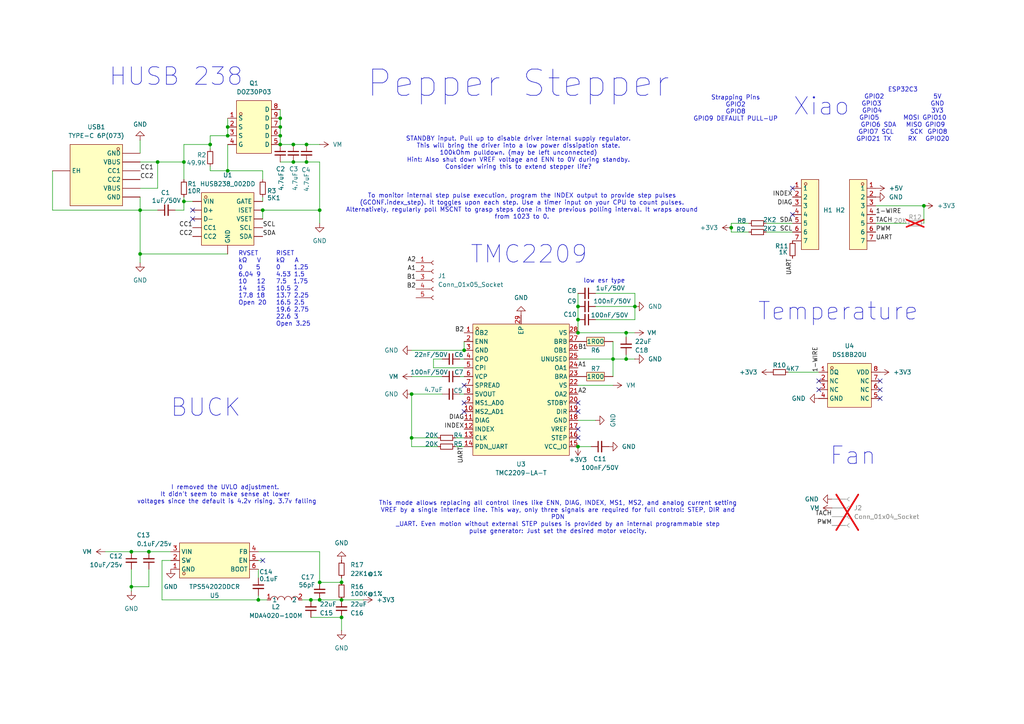
<source format=kicad_sch>
(kicad_sch (version 20231120) (generator "eeschema") (generator_version "8.0")
  (paper "A4")
  (title_block (title "Pepper Stepper") (date "2025-03-27") (rev "0.1"))
  (lib_symbols
    (symbol "CSR0805FK1R00_1" (pin_numbers hide) (pin_names hide)
      (property "Reference" "R" (at 0 5.08 0))
      (property "Value" "CSR0805FK1R00" (at 0 -5.08 0))
      (symbol "CSR0805FK1R00_1_0_1"
        (rectangle (start -2.54 1.27) (end 2.54 -1.27) (fill (type background)))
        (pin unspecified line (at -5.08 0 0) (length 2.54) (name "1") (number "1"))
        (pin unspecified line (at 5.08 0 180) (length 2.54) (name "2") (number "2"))
      )
    )
    (symbol "Conn_01x04_Socket_1" (pin_numbers hide) (pin_names (offset 1.016) hide)
      (property "Reference" "J" (at 0 5.08 0))
      (property "Value" "Conn_01x04_Socket" (at 0 -7.62 0))
      (symbol "Conn_01x04_Socket_1_1_1"
        (arc (start 0 -4.572) (mid -0.5058 -5.08) (end 0 -5.588) (stroke (width 0.1524)))
        (arc (start 0 -2.032) (mid -0.5058 -2.54) (end 0 -3.048) (stroke (width 0.1524)))
        (polyline (pts (xy -1.27 -5.08) (xy -0.508 -5.08)) (stroke (width 0.1524)))
        (polyline (pts (xy -1.27 -2.54) (xy -0.508 -2.54)) (stroke (width 0.1524)))
        (polyline (pts (xy -1.27 0) (xy -0.508 0)) (stroke (width 0.1524)))
        (polyline (pts (xy -1.27 2.54) (xy -0.508 2.54)) (stroke (width 0.1524)))
        (arc (start 0 0.508) (mid -0.5058 0) (end 0 -0.508) (stroke (width 0.1524)))
        (arc (start 0 3.048) (mid -0.5058 2.54) (end 0 2.032) (stroke (width 0.1524)))
        (pin passive line (at -5.08 2.54 0) (length 3.81) (name "Pin_1") (number "1"))
        (pin passive line (at -5.08 0 0) (length 3.81) (name "Pin_2") (number "2"))
        (pin passive line (at -5.08 -2.54 0) (length 3.81) (name "Pin_3") (number "3"))
        (pin passive line (at -5.08 -5.08 0) (length 3.81) (name "Pin_4") (number "4"))
      )
    )
    (symbol "Connector:Conn_01x05_Socket" (pin_names (offset 1.016) hide)
      (property "Reference" "J" (at 0 7.62 0))
      (property "Value" "Conn_01x05_Socket" (at 0 -7.62 0))
      (symbol "Conn_01x05_Socket_1_1"
        (arc (start 0 -4.572) (mid -0.5058 -5.08) (end 0 -5.588) (stroke (width 0.1524)))
        (arc (start 0 -2.032) (mid -0.5058 -2.54) (end 0 -3.048) (stroke (width 0.1524)))
        (polyline (pts (xy -1.27 -5.08) (xy -0.508 -5.08)) (stroke (width 0.1524)))
        (polyline (pts (xy -1.27 -2.54) (xy -0.508 -2.54)) (stroke (width 0.1524)))
        (polyline (pts (xy -1.27 0) (xy -0.508 0)) (stroke (width 0.1524)))
        (polyline (pts (xy -1.27 2.54) (xy -0.508 2.54)) (stroke (width 0.1524)))
        (polyline (pts (xy -1.27 5.08) (xy -0.508 5.08)) (stroke (width 0.1524)))
        (arc (start 0 0.508) (mid -0.5058 0) (end 0 -0.508) (stroke (width 0.1524)))
        (arc (start 0 3.048) (mid -0.5058 2.54) (end 0 2.032) (stroke (width 0.1524)))
        (arc (start 0 5.588) (mid -0.5058 5.08) (end 0 4.572) (stroke (width 0.1524)))
        (pin passive line (at -5.08 5.08 0) (length 3.81) (name "Pin_1") (number "1"))
        (pin passive line (at -5.08 2.54 0) (length 3.81) (name "Pin_2") (number "2"))
        (pin passive line (at -5.08 0 0) (length 3.81) (name "Pin_3") (number "3"))
        (pin passive line (at -5.08 -2.54 0) (length 3.81) (name "Pin_4") (number "4"))
        (pin passive line (at -5.08 -5.08 0) (length 3.81) (name "Pin_5") (number "5"))
      )
    )
    (symbol "Device:C_Small" (pin_numbers hide) (pin_names (offset 0.254) hide)
      (property "Reference" "C" (at 0.254 1.778 0))
      (property "Value" "C_Small" (at 0.254 -2.032 0))
      (symbol "C_Small_0_1"
        (polyline (pts (xy -1.524 -0.508) (xy 1.524 -0.508)) (stroke (width 0.3302)))
        (polyline (pts (xy -1.524 0.508) (xy 1.524 0.508)) (stroke (width 0.3048)))
      )
      (symbol "C_Small_1_1"
        (pin passive line (at 0 2.54 270) (length 2.032) (name "~") (number "1"))
        (pin passive line (at 0 -2.54 90) (length 2.032) (name "~") (number "2"))
      )
    )
    (symbol "Device:R_Small" (pin_numbers hide) (pin_names (offset 0.254) hide)
      (property "Reference" "R" (at 0.762 0.508 0))
      (property "Value" "R_Small" (at 0.762 -1.016 0))
      (symbol "R_Small_0_1"
        (rectangle (start -0.762 1.778) (end 0.762 -1.778) (stroke (width 0.2032)))
      )
      (symbol "R_Small_1_1"
        (pin passive line (at 0 2.54 270) (length 0.762) (name "~") (number "1"))
        (pin passive line (at 0 -2.54 90) (length 0.762) (name "~") (number "2"))
      )
    )
    (symbol "pepper_stepper:CSR0805FK1R00" (pin_numbers hide) (pin_names hide)
      (property "Reference" "R" (at 0 5.08 0))
      (property "Value" "CSR0805FK1R00" (at 0 -5.08 0))
      (symbol "CSR0805FK1R00_0_1"
        (rectangle (start -2.54 1.27) (end 2.54 -1.27) (fill (type background)))
        (pin unspecified line (at -5.08 0 0) (length 2.54) (name "1") (number "1"))
        (pin unspecified line (at 5.08 0 180) (length 2.54) (name "2") (number "2"))
      )
    )
    (symbol "pepper_stepper:DOZ30P03"
      (property "Reference" "Q" (at 0 11.43 0))
      (property "Value" "DOZ30P03" (at 0 -8.89 0))
      (symbol "DOZ30P03_0_1"
        (rectangle (start -5.08 8.89) (end 5.08 -6.35) (fill (type background)))
        (circle (center -3.81 5.08) (radius 0.38))
        (pin unspecified line (at -7.62 3.81 0) (length 2.54) (name "S") (number "1"))
        (pin unspecified line (at -7.62 1.27 0) (length 2.54) (name "S") (number "2"))
        (pin unspecified line (at -7.62 -1.27 0) (length 2.54) (name "S") (number "3"))
        (pin unspecified line (at -7.62 -3.81 0) (length 2.54) (name "G") (number "4"))
        (pin unspecified line (at 7.62 -3.81 180) (length 2.54) (name "D") (number "5"))
        (pin unspecified line (at 7.62 -1.27 180) (length 2.54) (name "D") (number "6"))
        (pin unspecified line (at 7.62 1.27 180) (length 2.54) (name "D") (number "7"))
        (pin unspecified line (at 7.62 6.35 180) (length 2.54) (name "D") (number "8"))
        (pin unspecified line (at 7.62 3.81 180) (length 2.54) (name "D") (number "9"))
      )
    )
    (symbol "pepper_stepper:DS18B20U"
      (property "Reference" "U" (at 0 8.89 0))
      (property "Value" "DS18B20U" (at 0 -8.89 0))
      (symbol "DS18B20U_0_1"
        (rectangle (start -6.35 6.35) (end 6.35 -6.35) (fill (type background)))
        (circle (center -5.08 5.08) (radius 0.38))
        (pin unspecified line (at -8.89 3.81 0) (length 2.54) (name "DQ") (number "1"))
        (pin unspecified line (at -8.89 1.27 0) (length 2.54) (name "NC") (number "2"))
        (pin unspecified line (at -8.89 -1.27 0) (length 2.54) (name "NC") (number "3"))
        (pin unspecified line (at -8.89 -3.81 0) (length 2.54) (name "GND") (number "4"))
        (pin unspecified line (at 8.89 -3.81 180) (length 2.54) (name "NC") (number "5"))
        (pin unspecified line (at 8.89 -1.27 180) (length 2.54) (name "NC") (number "6"))
        (pin unspecified line (at 8.89 1.27 180) (length 2.54) (name "NC") (number "7"))
        (pin unspecified line (at 8.89 3.81 180) (length 2.54) (name "VDD") (number "8"))
      )
    )
    (symbol "pepper_stepper:HUSB238_002DD" (pin_numbers hide)
      (property "Reference" "U" (at 0 10.16 0))
      (property "Value" "HUSB238_002DD" (at 0 -15.24 0))
      (symbol "HUSB238_002DD_0_1"
        (rectangle (start -7.62 7.62) (end 7.62 -7.62) (fill (type background)))
        (circle (center -6.35 6.35) (radius 0.38))
        (pin unspecified line (at -10.16 5.08 0) (length 2.54) (name "VIN") (number "1"))
        (pin unspecified line (at 10.16 5.08 180) (length 2.54) (name "GATE") (number "10"))
        (pin unspecified line (at 0 -10.16 90) (length 2.54) (name "GND") (number "11"))
        (pin unspecified line (at -10.16 2.54 0) (length 2.54) (name "D+") (number "2"))
        (pin unspecified line (at -10.16 0 0) (length 2.54) (name "D-") (number "3"))
        (pin unspecified line (at -10.16 -2.54 0) (length 2.54) (name "CC1") (number "4"))
        (pin unspecified line (at -10.16 -5.08 0) (length 2.54) (name "CC2") (number "5"))
        (pin unspecified line (at 10.16 -5.08 180) (length 2.54) (name "SDA") (number "6"))
        (pin unspecified line (at 10.16 -2.54 180) (length 2.54) (name "SCL") (number "7"))
        (pin unspecified line (at 10.16 0 180) (length 2.54) (name "VSET") (number "8"))
        (pin unspecified line (at 10.16 2.54 180) (length 2.54) (name "ISET") (number "9"))
      )
    )
    (symbol "pepper_stepper:MDA4020-100M"
      (property "Reference" "L" (at 0 5.08 0))
      (property "Value" "MDA4020-100M" (at 0 -5.08 0))
      (symbol "MDA4020-100M_0_1"
        (arc (start -2.03 0.01) (mid -3.055 1.013) (end -4.06 -0.01))
        (arc (start 0 0.01) (mid -1.025 1.013) (end -2.03 -0.01))
        (arc (start 2.03 0.01) (mid 1.005 1.013) (end 0 -0.01))
        (arc (start 4.06 0.01) (mid 3.035 1.013) (end 2.03 -0.01))
        (pin unspecified line (at -5.08 0 0) (length 1.016) (name "1") (number "1"))
        (pin unspecified line (at 5.08 0 180) (length 1.016) (name "2") (number "2"))
      )
    )
    (symbol "pepper_stepper:MF254V-11-07-0743"
      (property "Reference" "H" (at 0 12.7 0))
      (property "Value" "MF254V-11-07-0743" (at 0 -12.7 0))
      (symbol "MF254V-11-07-0743_0_1"
        (rectangle (start 0 10.16) (end 5.08 -10.16) (fill (type background)))
        (circle (center 1.27 8.89) (radius 0.38))
        (pin unspecified line (at -2.54 7.62 0) (length 2.54) (name "1") (number "1"))
        (pin unspecified line (at -2.54 5.08 0) (length 2.54) (name "2") (number "2"))
        (pin unspecified line (at -2.54 2.54 0) (length 2.54) (name "3") (number "3"))
        (pin unspecified line (at -2.54 0 0) (length 2.54) (name "4") (number "4"))
        (pin unspecified line (at -2.54 -2.54 0) (length 2.54) (name "5") (number "5"))
        (pin unspecified line (at -2.54 -5.08 0) (length 2.54) (name "6") (number "6"))
        (pin unspecified line (at -2.54 -7.62 0) (length 2.54) (name "7") (number "7"))
      )
    )
    (symbol "pepper_stepper:TMC2209-LA-T"
      (property "Reference" "U" (at 0 26.67 0))
      (property "Value" "TMC2209-LA-T" (at 0 -21.59 0))
      (symbol "TMC2209-LA-T_0_1"
        (rectangle (start -13.97 19.05) (end 13.97 -19.05) (fill (type background)))
        (circle (center -12.7 17.78) (radius 0.38))
        (pin unspecified line (at -16.51 16.51 0) (length 2.54) (name "OB2") (number "1"))
        (pin unspecified line (at -16.51 -6.35 0) (length 2.54) (name "MS2_AD1") (number "10"))
        (pin unspecified line (at -16.51 -8.89 0) (length 2.54) (name "DIAG") (number "11"))
        (pin unspecified line (at -16.51 -11.43 0) (length 2.54) (name "INDEX") (number "12"))
        (pin unspecified line (at -16.51 -13.97 0) (length 2.54) (name "CLK") (number "13"))
        (pin unspecified line (at -16.51 -16.51 0) (length 2.54) (name "PDN_UART") (number "14"))
        (pin unspecified line (at 16.51 -16.51 180) (length 2.54) (name "VCC_IO") (number "15"))
        (pin unspecified line (at 16.51 -13.97 180) (length 2.54) (name "STEP") (number "16"))
        (pin unspecified line (at 16.51 -11.43 180) (length 2.54) (name "VREF") (number "17"))
        (pin unspecified line (at 16.51 -8.89 180) (length 2.54) (name "GND") (number "18"))
        (pin unspecified line (at 16.51 -6.35 180) (length 2.54) (name "DIR") (number "19"))
        (pin unspecified line (at -16.51 13.97 0) (length 2.54) (name "ENN") (number "2"))
        (pin unspecified line (at 16.51 -3.81 180) (length 2.54) (name "STDBY") (number "20"))
        (pin unspecified line (at 16.51 -1.27 180) (length 2.54) (name "OA2") (number "21"))
        (pin unspecified line (at 16.51 1.27 180) (length 2.54) (name "VS") (number "22"))
        (pin unspecified line (at 16.51 3.81 180) (length 2.54) (name "BRA") (number "23"))
        (pin unspecified line (at 16.51 6.35 180) (length 2.54) (name "OA1") (number "24"))
        (pin unspecified line (at 16.51 8.89 180) (length 2.54) (name "UNUSED") (number "25"))
        (pin unspecified line (at 16.51 11.43 180) (length 2.54) (name "OB1") (number "26"))
        (pin unspecified line (at 16.51 13.97 180) (length 2.54) (name "BRB") (number "27"))
        (pin unspecified line (at 16.51 16.51 180) (length 2.54) (name "VS") (number "28"))
        (pin unspecified line (at 0 21.59 270) (length 2.54) (name "EP") (number "29"))
        (pin unspecified line (at -16.51 11.43 0) (length 2.54) (name "GND") (number "3"))
        (pin unspecified line (at -16.51 8.89 0) (length 2.54) (name "CPO") (number "4"))
        (pin unspecified line (at -16.51 6.35 0) (length 2.54) (name "CPI") (number "5"))
        (pin unspecified line (at -16.51 3.81 0) (length 2.54) (name "VCP") (number "6"))
        (pin unspecified line (at -16.51 1.27 0) (length 2.54) (name "SPREAD") (number "7"))
        (pin unspecified line (at -16.51 -1.27 0) (length 2.54) (name "5VOUT") (number "8"))
        (pin unspecified line (at -16.51 -3.81 0) (length 2.54) (name "MS1_AD0") (number "9"))
      )
    )
    (symbol "pepper_stepper:TPS54202DDCR"
      (property "Reference" "U" (at 0 7.62 0))
      (property "Value" "TPS54202DDCR" (at 0 -7.62 0))
      (symbol "TPS54202DDCR_0_1"
        (rectangle (start -10.16 5.08) (end 10.16 -5.08) (fill (type background)))
        (circle (center -8.89 3.81) (radius 0.38))
        (pin unspecified line (at -12.7 2.54 0) (length 2.54) (name "GND") (number "1"))
        (pin unspecified line (at -12.7 0 0) (length 2.54) (name "SW") (number "2"))
        (pin unspecified line (at -12.7 -2.54 0) (length 2.54) (name "VIN") (number "3"))
        (pin unspecified line (at 12.7 -2.54 180) (length 2.54) (name "FB") (number "4"))
        (pin unspecified line (at 12.7 0 180) (length 2.54) (name "EN") (number "5"))
        (pin unspecified line (at 12.7 2.54 180) (length 2.54) (name "BOOT") (number "6"))
      )
    )
    (symbol "pepper_stepper:TYPE-C6P(073)" (pin_numbers hide)
      (property "Reference" "USB" (at 0 10.16 0))
      (property "Value" "TYPE-C 6P(073)" (at 0 -12.7 0))
      (symbol "TYPE-C6P(073)_0_1"
        (rectangle (start -7.62 7.62) (end 7.62 -10.16) (fill (type background)))
        (circle (center -6.35 6.35) (radius 0.38))
        (pin unspecified line (at 12.7 0 180) (length 5.08) (name "EH") (number "7"))
        (pin unspecified line (at -12.7 -7.62 0) (length 5.08) (name "GND") (number "A12"))
        (pin unspecified line (at -12.7 0 0) (length 5.08) (name "CC1") (number "A5"))
        (pin unspecified line (at -12.7 -5.08 0) (length 5.08) (name "VBUS") (number "A9"))
        (pin unspecified line (at -12.7 5.08 0) (length 5.08) (name "GND") (number "B12"))
        (pin unspecified line (at -12.7 -2.54 0) (length 5.08) (name "CC2") (number "B5"))
        (pin unspecified line (at -12.7 2.54 0) (length 5.08) (name "VBUS") (number "B9"))
      )
    )
    (symbol "power:+3V3" (power) (pin_numbers hide) (pin_names (offset 0) hide)
      (property "Value" "+3V3" (at 0 3.556 0))
      (symbol "+3V3_0_1"
        (polyline (pts (xy -0.762 1.27) (xy 0 2.54)))
        (polyline (pts (xy 0 0) (xy 0 2.54)))
        (polyline (pts (xy 0 2.54) (xy 0.762 1.27)))
      )
      (symbol "+3V3_1_1"
        (pin power_in line (at 0 0 90) (length 0) (name "~") (number "1"))
      )
    )
    (symbol "power:+5V" (power) (pin_numbers hide) (pin_names (offset 0) hide)
      (property "Value" "+5V" (at 0 3.556 0))
      (symbol "+5V_0_1"
        (polyline (pts (xy -0.762 1.27) (xy 0 2.54)))
        (polyline (pts (xy 0 0) (xy 0 2.54)))
        (polyline (pts (xy 0 2.54) (xy 0.762 1.27)))
      )
      (symbol "+5V_1_1"
        (pin power_in line (at 0 0 90) (length 0) (name "~") (number "1"))
      )
    )
    (symbol "power:GND" (power) (pin_numbers hide) (pin_names (offset 0) hide)
      (property "Value" "GND" (at 0 -3.81 0))
      (symbol "GND_0_1"
        (polyline (pts (xy 0 0) (xy 0 -1.27) (xy 1.27 -1.27) (xy 0 -2.54) (xy -1.27 -1.27) (xy 0 -1.27)))
      )
      (symbol "GND_1_1"
        (pin power_in line (at 0 0 270) (length 0) (name "~") (number "1"))
      )
    )
    (symbol "power:VMEM" (power) (pin_numbers hide) (pin_names (offset 0) hide)
      (property "Value" "VMEM" (at 0 3.556 0))
      (symbol "VMEM_0_1"
        (polyline (pts (xy -0.762 1.27) (xy 0 2.54)))
        (polyline (pts (xy 0 0) (xy 0 2.54)))
        (polyline (pts (xy 0 2.54) (xy 0.762 1.27)))
      )
      (symbol "VMEM_1_1"
        (pin power_in line (at 0 0 90) (length 0) (name "~") (number "1"))
      )
    )
  )
  (junction (at 38.1 170.18))
  (junction (at 212.09 66.04))
  (junction (at 53.34 58.42))
  (junction (at 85.09 46.99))
  (junction (at 81.28 41.91))
  (junction (at 119.38 127))
  (junction (at 66.04 49.53))
  (junction (at 167.64 88.9))
  (junction (at 40.64 73.66))
  (junction (at 92.71 168.91))
  (junction (at 81.28 39.37))
  (junction (at 66.04 36.83))
  (junction (at 43.18 160.02))
  (junction (at 81.28 34.29))
  (junction (at 177.8 104.14))
  (junction (at 267.97 59.69))
  (junction (at 134.62 101.6))
  (junction (at 45.72 46.99))
  (junction (at 60.96 41.91))
  (junction (at 85.09 41.91))
  (junction (at 167.64 129.54))
  (junction (at 167.64 96.52))
  (junction (at 181.61 104.14))
  (junction (at 99.06 173.99))
  (junction (at 99.06 168.91))
  (junction (at 88.9 41.91))
  (junction (at 92.71 60.96))
  (junction (at 40.64 60.96))
  (junction (at 167.64 92.71))
  (junction (at 81.28 36.83))
  (junction (at 92.71 173.99))
  (junction (at 66.04 39.37))
  (junction (at 99.06 179.07))
  (junction (at 38.1 160.02))
  (junction (at 74.93 173.99))
  (junction (at 90.17 173.99))
  (junction (at 119.38 114.3))
  (junction (at 184.15 88.9))
  (junction (at 53.34 46.99))
  (junction (at 181.61 96.52))
  (junction (at 76.2 60.96))
  (junction (at 88.9 46.99))
  (no_connect (at 134.62 116.84))
  (no_connect (at 55.88 63.5))
  (no_connect (at 229.87 62.23))
  (no_connect (at 237.49 110.49))
  (no_connect (at 255.27 113.03))
  (no_connect (at 167.64 124.46))
  (no_connect (at 237.49 113.03))
  (no_connect (at 255.27 110.49))
  (no_connect (at 134.62 111.76))
  (no_connect (at 167.64 127))
  (no_connect (at 55.88 60.96))
  (no_connect (at 255.27 115.57))
  (no_connect (at 76.2 162.56))
  (no_connect (at 134.62 119.38))
  (no_connect (at 229.87 54.61))
  (no_connect (at 167.64 119.38))
  (no_connect (at 167.64 116.84))
  (wire (pts (xy 60.96 43.18) (xy 60.96 41.91)))
  (wire (pts (xy 184.15 85.09) (xy 184.15 88.9)))
  (wire (pts (xy 92.71 60.96) (xy 92.71 64.77)))
  (wire (pts (xy 53.34 58.42) (xy 53.34 60.96)))
  (wire (pts (xy 119.38 114.3) (xy 119.38 127)))
  (wire (pts (xy 171.45 129.54) (xy 167.64 129.54)))
  (wire (pts (xy 132.08 129.54) (xy 134.62 129.54)))
  (wire (pts (xy 177.8 111.76) (xy 167.64 111.76)))
  (wire (pts (xy 40.64 76.2) (xy 40.64 73.66)))
  (wire (pts (xy 74.93 172.72) (xy 74.93 173.99)))
  (wire (pts (xy 74.93 173.99) (xy 77.47 173.99)))
  (wire (pts (xy 53.34 57.15) (xy 53.34 58.42)))
  (wire (pts (xy 212.09 67.31) (xy 217.17 67.31)))
  (wire (pts (xy 81.28 34.29) (xy 81.28 36.83)))
  (wire (pts (xy 76.2 162.56) (xy 74.93 162.56)))
  (wire (pts (xy 66.04 49.53) (xy 60.96 49.53)))
  (wire (pts (xy 74.93 160.02) (xy 92.71 160.02)))
  (wire (pts (xy 181.61 96.52) (xy 184.15 96.52)))
  (wire (pts (xy 222.25 67.31) (xy 229.87 67.31)))
  (wire (pts (xy 134.62 99.06) (xy 134.62 101.6)))
  (wire (pts (xy 133.35 109.22) (xy 134.62 109.22)))
  (wire (pts (xy 76.2 49.53) (xy 66.04 49.53)))
  (wire (pts (xy 92.71 160.02) (xy 92.71 168.91)))
  (wire (pts (xy 167.64 92.71) (xy 167.64 96.52)))
  (wire (pts (xy 40.64 40.64) (xy 40.64 44.45)))
  (wire (pts (xy 76.2 57.15) (xy 76.2 58.42)))
  (wire (pts (xy 177.8 104.14) (xy 177.8 109.22)))
  (wire (pts (xy 53.34 46.99) (xy 53.34 52.07)))
  (wire (pts (xy 81.28 39.37) (xy 81.28 41.91)))
  (wire (pts (xy 49.53 162.56) (xy 46.99 162.56)))
  (wire (pts (xy 60.96 49.53) (xy 60.96 48.26)))
  (wire (pts (xy 167.64 96.52) (xy 181.61 96.52)))
  (wire (pts (xy 46.99 173.99) (xy 74.93 173.99)))
  (wire (pts (xy 125.73 106.68) (xy 134.62 106.68)))
  (wire (pts (xy 167.64 121.92) (xy 172.72 121.92)))
  (wire (pts (xy 119.38 129.54) (xy 127 129.54)))
  (wire (pts (xy 99.06 179.07) (xy 99.06 182.88)))
  (wire (pts (xy 76.2 49.53) (xy 76.2 52.07)))
  (wire (pts (xy 133.35 104.14) (xy 134.62 104.14)))
  (wire (pts (xy 66.04 41.91) (xy 66.04 49.53)))
  (wire (pts (xy 66.04 34.29) (xy 66.04 36.83)))
  (wire (pts (xy 85.09 41.91) (xy 88.9 41.91)))
  (wire (pts (xy 181.61 104.14) (xy 184.15 104.14)))
  (wire (pts (xy 92.71 46.99) (xy 92.71 60.96)))
  (wire (pts (xy 66.04 36.83) (xy 66.04 39.37)))
  (wire (pts (xy 76.2 60.96) (xy 76.2 63.5)))
  (wire (pts (xy 267.97 59.69) (xy 267.97 64.77)))
  (wire (pts (xy 172.72 85.09) (xy 184.15 85.09)))
  (wire (pts (xy 40.64 46.99) (xy 45.72 46.99)))
  (wire (pts (xy 60.96 41.91) (xy 60.96 39.37)))
  (wire (pts (xy 45.72 54.61) (xy 45.72 46.99)))
  (wire (pts (xy 177.8 99.06) (xy 177.8 104.14)))
  (wire (pts (xy 222.25 64.77) (xy 229.87 64.77)))
  (wire (pts (xy 43.18 160.02) (xy 49.53 160.02)))
  (wire (pts (xy 43.18 165.1) (xy 43.18 170.18)))
  (wire (pts (xy 125.73 104.14) (xy 125.73 106.68)))
  (wire (pts (xy 119.38 127) (xy 119.38 129.54)))
  (wire (pts (xy 53.34 41.91) (xy 60.96 41.91)))
  (wire (pts (xy 92.71 46.99) (xy 88.9 46.99)))
  (wire (pts (xy 99.06 167.64) (xy 99.06 168.91)))
  (wire (pts (xy 38.1 170.18) (xy 43.18 170.18)))
  (wire (pts (xy 53.34 60.96) (xy 50.8 60.96)))
  (wire (pts (xy 45.72 46.99) (xy 53.34 46.99)))
  (wire (pts (xy 177.8 104.14) (xy 167.64 104.14)))
  (wire (pts (xy 119.38 109.22) (xy 128.27 109.22)))
  (wire (pts (xy 85.09 46.99) (xy 88.9 46.99)))
  (wire (pts (xy 128.27 104.14) (xy 125.73 104.14)))
  (wire (pts (xy 38.1 160.02) (xy 43.18 160.02)))
  (wire (pts (xy 99.06 173.99) (xy 105.41 173.99)))
  (wire (pts (xy 87.63 173.99) (xy 90.17 173.99)))
  (wire (pts (xy 172.72 92.71) (xy 184.15 92.71)))
  (wire (pts (xy 212.09 64.77) (xy 212.09 66.04)))
  (wire (pts (xy 119.38 101.6) (xy 134.62 101.6)))
  (wire (pts (xy 167.64 88.9) (xy 167.64 92.71)))
  (wire (pts (xy 15.24 49.53) (xy 15.24 60.96)))
  (wire (pts (xy 267.97 59.69) (xy 254 59.69)))
  (wire (pts (xy 81.28 31.75) (xy 81.28 34.29)))
  (wire (pts (xy 76.2 60.96) (xy 92.71 60.96)))
  (wire (pts (xy 30.48 160.02) (xy 38.1 160.02)))
  (wire (pts (xy 217.17 64.77) (xy 212.09 64.77)))
  (wire (pts (xy 181.61 96.52) (xy 181.61 97.79)))
  (wire (pts (xy 92.71 41.91) (xy 88.9 41.91)))
  (wire (pts (xy 167.64 85.09) (xy 167.64 88.9)))
  (wire (pts (xy 81.28 36.83) (xy 81.28 39.37)))
  (wire (pts (xy 40.64 54.61) (xy 45.72 54.61)))
  (wire (pts (xy 40.64 73.66) (xy 40.64 60.96)))
  (wire (pts (xy 38.1 170.18) (xy 38.1 171.45)))
  (wire (pts (xy 181.61 102.87) (xy 181.61 104.14)))
  (wire (pts (xy 212.09 66.04) (xy 212.09 67.31)))
  (wire (pts (xy 177.8 104.14) (xy 181.61 104.14)))
  (wire (pts (xy 90.17 179.07) (xy 99.06 179.07)))
  (wire (pts (xy 40.64 73.66) (xy 66.04 73.66)))
  (wire (pts (xy 15.24 60.96) (xy 40.64 60.96)))
  (wire (pts (xy 40.64 57.15) (xy 40.64 60.96)))
  (wire (pts (xy 40.64 60.96) (xy 45.72 60.96)))
  (wire (pts (xy 228.6 107.95) (xy 237.49 107.95)))
  (wire (pts (xy 119.38 114.3) (xy 128.27 114.3)))
  (wire (pts (xy 53.34 46.99) (xy 53.34 41.91)))
  (wire (pts (xy 132.08 127) (xy 134.62 127)))
  (wire (pts (xy 92.71 168.91) (xy 99.06 168.91)))
  (wire (pts (xy 262.89 64.77) (xy 254 64.77)))
  (wire (pts (xy 46.99 162.56) (xy 46.99 173.99)))
  (wire (pts (xy 133.35 114.3) (xy 134.62 114.3)))
  (wire (pts (xy 81.28 46.99) (xy 85.09 46.99)))
  (wire (pts (xy 60.96 39.37) (xy 66.04 39.37)))
  (wire (pts (xy 53.34 58.42) (xy 55.88 58.42)))
  (wire (pts (xy 81.28 41.91) (xy 85.09 41.91)))
  (wire (pts (xy 92.71 173.99) (xy 99.06 173.99)))
  (wire (pts (xy 90.17 173.99) (xy 92.71 173.99)))
  (wire (pts (xy 184.15 88.9) (xy 172.72 88.9)))
  (wire (pts (xy 38.1 165.1) (xy 38.1 170.18)))
  (wire (pts (xy 74.93 167.64) (xy 74.93 165.1)))
  (wire (pts (xy 184.15 92.71) (xy 184.15 88.9)))
  (wire (pts (xy 119.38 127) (xy 127 127)))
  (text "Strapping Pins\nGPIO2\nGPIO8\nGPIO9 DEFAULT PULL-UP" (at 213.36 31.496 0) (effects (font (size 1.27 1.27))))
  (text "Xiao" (at 238.252 30.988 0) (effects (font (size 5.08 5.08))))
  (text "TMC2209" (at 153.416 73.914 0) (effects (font (size 5.08 5.08))))
  (text "I removed the UVLO adjustment. \nIt didn't seem to make sense at lower \nvoltages since the default is 4.2v rising, 3.7v falling\n" (at 65.786 143.51 0) (effects (font (size 1.27 1.27))))
  (text "STANDBY input. Pull up to disable driver internal supply regulator.\nThis will bring the driver into a low power dissipation state.\n100kOhm pulldown. (may be left unconnected)\nHint: Also shut down VREF voltage and ENN to 0V during standby.\nConsider wiring this to extend stepper life?" (at 150.368 44.45 0) (effects (font (size 1.27 1.27))))
  (text "low esr type" (at 175.26 81.534 0) (effects (font (size 1.27 1.27))))
  (text "To monitor internal step pulse execution, program the INDEX output to provide step pulses\n(GCONF.index_step). It toggles upon each step. Use a timer input on your CPU to count pulses.\nAlternatively, regularly poll MSCNT to grasp steps done in the previous polling interval. It wraps around\nfrom 1023 to 0." (at 151.384 59.944 0) (effects (font (size 1.27 1.27))))
  (text "RVSET  \nkΩ   V\n0    5\n6.04 9\n10   12\n14   15\n17.8 18\nOpen 20" (at 69.088 80.772 0) (effects (font (size 1.27 1.27)) (justify left)))
  (text "Pepper Stepper" (at 150.368 24.384 0) (effects (font (size 7.62 7.62))))
  (text "Fan" (at 247.396 132.334 0) (effects (font (size 5.08 5.08))))
  (text "RISET\nkΩ   A\n0    1.25\n4.53 1.5\n7.5  1.75\n10.5 2\n13.7 2.25\n16.5 2.5\n19.6 2.75\n22.6 3\nOpen 3.25" (at 80.01 83.82 0) (effects (font (size 1.27 1.27)) (justify left)))
  (text "This mode allows replacing all control lines like ENN, DIAG, INDEX, MS1, MS2, and analog current setting\nVREF by a single interface line. This way, only three signals are required for full control: STEP, DIR and\nPDN\n_UART. Even motion without external STEP pulses is provided by an internal programmable step\npulse generator: Just set the desired motor velocity." (at 161.798 150.114 0) (effects (font (size 1.27 1.27))))
  (text "Temperature" (at 243.078 90.424 0) (effects (font (size 5.08 5.08))))
  (text "HUSB 238" (at 51.054 22.352 0) (effects (font (size 5.08 5.08))))
  (text "BUCK" (at 59.69 118.364 0) (effects (font (size 5.08 5.08))))
  (text "ESP32C3\nGPIO2			5V\nGPIO3			GND\nGPIO4			3V3\nGPIO5	   MOSI GPIO10\nGPIO6 SDA   MISO GPIO9\nGPIO7 SCL	SCK	GPIO8\nGPIO21 TX	RX	GPIO20" (at 261.874 33.274 0) (effects (font (size 1.27 1.27))))
  (label "SDA" (at 229.87 64.77 180))
  (label "CC1" (at 40.64 49.53 0))
  (label "TACH" (at 254 64.77 0))
  (label "TACH" (at 241.3 149.86 180))
  (label "SCL" (at 76.2 66.04 0))
  (label "1-WIRE" (at 254 62.23 0))
  (label "SDA" (at 76.2 68.58 0))
  (label "CC2" (at 55.88 68.58 180))
  (label "CC1" (at 55.88 66.04 180))
  (label "CC2" (at 40.64 52.07 0))
  (label "DIAG" (at 229.87 59.69 180))
  (label "PWM" (at 241.3 152.4 180))
  (label "UART" (at 254 69.85 0))
  (label "A2" (at 167.64 114.3 0))
  (label "SCL" (at 229.87 67.31 180))
  (label "A1" (at 120.65 78.74 180))
  (label "B2" (at 120.65 83.82 180))
  (label "UART" (at 229.87 74.93 270))
  (label "DIAG" (at 134.62 121.92 180))
  (label "A1" (at 167.64 106.68 0))
  (label "B1" (at 167.64 101.6 0))
  (label "INDEX" (at 229.87 57.15 180))
  (label "A2" (at 120.65 76.2 180))
  (label "B2" (at 134.62 96.52 180))
  (label "INDEX" (at 134.62 124.46 180))
  (label "UART" (at 134.62 129.54 270))
  (label "B1" (at 120.65 81.28 180))
  (label "PWM" (at 254 67.31 0))
  (label "1-WIRE" (at 237.49 107.95 90))
  (symbol (lib_id "power:GND") (at 119.38 114.3 270) (unit 1)
    (property "Reference" "#PWR06" (effects (hide yes)))
    (property "Value" "GND" (at 115.57 114.2999 90) (effects (justify right)))
    (property "Description" "Power symbol creates a global label with name \"GND\" , ground" (effects (hide yes)))
  )
  (symbol (lib_id "Device:C_Small") (at 74.93 170.18 0) (unit 1)
    (property "Reference" "C14" (at 75.184 165.862 0) (effects (justify left)))
    (property "Value" "0.1uF" (at 75.184 167.894 0) (effects (justify left)))
    (property "Footprint" "Capacitor_SMD:C_0402_1005Metric" (effects (hide yes)))
    (property "Description" "Unpolarized capacitor, small symbol" (effects (hide yes)))
  )
  (symbol (lib_id "power:+3V3") (at 223.52 107.95 90) (unit 1)
    (property "Reference" "#PWR017" (effects (hide yes)))
    (property "Value" "+3V3" (at 219.71 107.9499 90) (effects (justify left)))
    (property "Description" "Power symbol creates a global label with name \"+3V3\"" (effects (hide yes)))
  )
  (symbol (lib_name "CSR0805FK1R00_1") (lib_id "pepper_stepper:CSR0805FK1R00") (at 172.72 99.06 0) (unit 1)
    (property "Reference" "R6" (at 172.72 101.6 0))
    (property "Value" "1R00" (at 172.72 99.06 0))
    (property "Footprint" "pepper_stepper:R0805" (effects (hide yes)))
    (property "Datasheet" "https://lcsc.com/product-detail/New-Arrivals_Stackpole-Elec-CSR0805FK1R00_C346776.html" (effects (hide yes)))
    (property "LCSC Part" "C346776" (effects (hide yes)))
  )
  (symbol (lib_id "power:GND") (at 92.71 64.77 0) (unit 1)
    (property "Reference" "#PWR03" (effects (hide yes)))
    (property "Value" "GND" (at 92.71 69.85 0))
    (property "Description" "Power symbol creates a global label with name \"GND\" , ground" (effects (hide yes)))
  )
  (symbol (lib_id "power:GND") (at 99.06 162.56 180) (unit 1)
    (property "Reference" "#PWR020" (effects (hide yes)))
    (property "Value" "GND" (at 99.06 157.48 0))
    (property "Description" "Power symbol creates a global label with name \"GND\" , ground" (effects (hide yes)))
  )
  (symbol (lib_id "power:VMEM") (at 30.48 160.02 90) (unit 1)
    (property "Reference" "#PWR09" (effects (hide yes)))
    (property "Value" "VM" (at 26.67 160.0199 90) (effects (justify left)))
    (property "Description" "Power symbol creates a global label with name \"VMEM\"" (effects (hide yes)))
  )
  (symbol (lib_id "Device:C_Small") (at 92.71 171.45 0) (mirror x) (unit 1)
    (property "Reference" "C17" (at 91.186 167.386 0) (effects (justify right)))
    (property "Value" "56pF" (at 91.44 169.672 0) (effects (justify right)))
    (property "Footprint" "Capacitor_SMD:C_0402_1005Metric" (effects (hide yes)))
    (property "Description" "Unpolarized capacitor, small symbol" (effects (hide yes)))
  )
  (symbol (lib_id "Device:C_Small") (at 88.9 44.45 0) (unit 1)
    (property "Reference" "C4" (at 87.4045 49.276 0) (effects (justify left)))
    (property "Value" "4.7uF" (at 88.9285 55.626 90) (effects (justify left)))
    (property "Footprint" "Capacitor_SMD:C_0805_2012Metric" (effects (hide yes)))
    (property "Description" "Unpolarized capacitor, small symbol" (effects (hide yes)))
  )
  (symbol (lib_id "Device:C_Small") (at 38.1 162.56 0) (mirror y) (unit 1)
    (property "Reference" "C12" (at 35.56 161.2962 0) (effects (justify left)))
    (property "Value" "10uF/25v" (at 35.56 163.8362 0) (effects (justify left)))
    (property "Footprint" "Capacitor_SMD:C_1210_3225Metric" (effects (hide yes)))
    (property "Description" "Unpolarized capacitor, small symbol" (effects (hide yes)))
  )
  (symbol (lib_id "power:+3V3") (at 267.97 59.69 270) (unit 1)
    (property "Reference" "#PWR026" (effects (hide yes)))
    (property "Value" "+3V3" (at 271.78 59.6899 90) (effects (justify left)))
    (property "Description" "Power symbol creates a global label with name \"+3V3\"" (effects (hide yes)))
  )
  (symbol (lib_id "Device:C_Small") (at 81.28 44.45 180) (unit 1)
    (property "Reference" "C2" (at 80.01 49.022 0) (effects (justify right)))
    (property "Value" "4.7uF" (at 81.534 55.372 90) (effects (justify right)))
    (property "Footprint" "Capacitor_SMD:C_0805_2012Metric" (effects (hide yes)))
    (property "Description" "Unpolarized capacitor, small symbol" (effects (hide yes)))
  )
  (symbol (lib_id "power:GND") (at 237.49 115.57 270) (unit 1)
    (property "Reference" "#PWR021" (effects (hide yes)))
    (property "Value" "GND" (at 233.68 115.5699 90) (effects (justify right)))
    (property "Description" "Power symbol creates a global label with name \"GND\" , ground" (effects (hide yes)))
  )
  (symbol (lib_id "Device:C_Small") (at 130.81 104.14 270) (unit 1)
    (property "Reference" "C6" (at 133.096 102.87 90))
    (property "Value" "22nF/50V" (at 124.968 102.87 90))
    (property "Footprint" "Capacitor_SMD:C_0402_1005Metric" (effects (hide yes)))
    (property "Description" "Unpolarized capacitor, small symbol" (effects (hide yes)))
  )
  (symbol (lib_id "Device:R_Small") (at 76.2 54.61 0) (unit 1)
    (property "Reference" "R3" (at 77.47 55.372 0) (effects (justify left)))
    (property "Value" "5K1" (at 77.47 57.404 0) (effects (justify left)))
    (property "Footprint" "Resistor_SMD:R_0603_1608Metric" (effects (hide yes)))
    (property "Description" "Resistor, small symbol" (effects (hide yes)))
  )
  (symbol (lib_id "Device:C_Small") (at 130.81 114.3 270) (unit 1)
    (property "Reference" "C5" (at 132.842 113.284 90))
    (property "Value" "4.7uF" (at 125.73 113.03 90))
    (property "Footprint" "Capacitor_SMD:C_0603_1608Metric" (effects (hide yes)))
    (property "Description" "Unpolarized capacitor, small symbol" (effects (hide yes)))
  )
  (symbol (lib_id "power:GND") (at 40.64 40.64 180) (unit 1)
    (property "Reference" "#PWR01" (effects (hide yes)))
    (property "Value" "GND" (at 40.64 36.0708 0))
    (property "Description" "Power symbol creates a global label with name \"GND\" , ground" (effects (hide yes)))
  )
  (symbol (lib_id "pepper_stepper:TYPE-C6P(073)") (at 27.94 49.53 0) (mirror y) (unit 1)
    (property "Reference" "USB1" (at 27.94 36.83 0))
    (property "Value" "TYPE-C 6P(073)" (at 27.94 39.37 0))
    (property "Footprint" "pepper_stepper:TYPE-C-SMD_TYPE-C-6P_5" (effects (hide yes)))
    (property "Datasheet" "https://lcsc.com/product-detail/USB-Connectors_SHOU-HAN-TYPE-C-6P-073_C668623.html" (effects (hide yes)))
    (property "LCSC Part" "C668623" (effects (hide yes)))
  )
  (symbol (lib_id "power:GND") (at 172.72 121.92 90) (mirror x) (unit 1)
    (property "Reference" "#PWR010" (effects (hide yes)))
    (property "Value" "GND" (at 177.8 121.92 0))
    (property "Description" "Power symbol creates a global label with name \"GND\" , ground" (effects (hide yes)))
  )
  (symbol (lib_id "Device:R_Small") (at 129.54 129.54 90) (unit 1)
    (property "Reference" "R5" (at 132.842 128.778 90))
    (property "Value" "20K" (at 125.222 128.778 90))
    (property "Footprint" "Resistor_SMD:R_0402_1005Metric" (effects (hide yes)))
    (property "Description" "Resistor, small symbol" (effects (hide yes)))
  )
  (symbol (lib_id "power:GND") (at 176.53 129.54 90) (unit 1)
    (property "Reference" "#PWR011" (effects (hide yes)))
    (property "Value" "GND" (at 180.34 129.5399 90) (effects (justify right)))
    (property "Description" "Power symbol creates a global label with name \"GND\" , ground" (effects (hide yes)))
  )
  (symbol (lib_id "power:GND") (at 254 57.15 90) (unit 1)
    (property "Reference" "#PWR025" (effects (hide yes)))
    (property "Value" "GND" (at 257.81 57.1499 90) (effects (justify right)))
    (property "Description" "Power symbol creates a global label with name \"GND\" , ground" (effects (hide yes)))
  )
  (symbol (lib_id "power:+3V3") (at 105.41 173.99 270) (unit 1)
    (property "Reference" "#PWR019" (effects (hide yes)))
    (property "Value" "+3V3" (at 109.22 173.9899 90) (effects (justify left)))
    (property "Description" "Power symbol creates a global label with name \"+3V3\"" (effects (hide yes)))
  )
  (symbol (lib_id "power:GND") (at 151.13 91.44 180) (unit 1)
    (property "Reference" "#PWR08" (effects (hide yes)))
    (property "Value" "GND" (at 151.13 86.36 0))
    (property "Description" "Power symbol creates a global label with name \"GND\" , ground" (effects (hide yes)))
  )
  (symbol (lib_id "Device:R_Small") (at 99.06 171.45 0) (unit 1)
    (property "Reference" "R16" (at 101.6 170.1799 0) (effects (justify left)))
    (property "Value" "100K@1%" (at 101.6 172.212 0) (effects (justify left)))
    (property "Footprint" "Resistor_SMD:R_0402_1005Metric" (effects (hide yes)))
    (property "Description" "Resistor, small symbol" (effects (hide yes)))
  )
  (symbol (lib_id "Device:C_Small") (at 90.17 176.53 0) (mirror x) (unit 1)
    (property "Reference" "C15" (at 92.71 177.7938 0) (effects (justify left)))
    (property "Value" "22uF" (at 92.71 175.2538 0) (effects (justify left)))
    (property "Footprint" "Capacitor_SMD:C_0805_2012Metric" (effects (hide yes)))
    (property "Description" "Unpolarized capacitor, small symbol" (effects (hide yes)))
    (property "LCSC Part" "C6119901" (effects (hide yes)))
  )
  (symbol (lib_id "Device:R_Small") (at 219.71 67.31 90) (unit 1)
    (property "Reference" "R9" (at 214.884 66.548 90))
    (property "Value" "2K2" (at 223.266 66.294 90))
    (property "Footprint" "Resistor_SMD:R_0402_1005Metric" (effects (hide yes)))
    (property "Description" "Resistor, small symbol" (effects (hide yes)))
  )
  (symbol (lib_id "Device:C_Small") (at 43.18 162.56 180) (unit 1)
    (property "Reference" "C13" (at 39.624 155.194 0) (effects (justify right)))
    (property "Value" "0.1uF/25v" (at 39.624 157.734 0) (effects (justify right)))
    (property "Footprint" "Capacitor_SMD:C_0603_1608Metric" (effects (hide yes)))
    (property "Description" "Unpolarized capacitor, small symbol" (effects (hide yes)))
  )
  (symbol (lib_id "power:GND") (at 38.1 171.45 0) (mirror y) (unit 1)
    (property "Reference" "#PWR029" (effects (hide yes)))
    (property "Value" "GND" (at 38.1 176.53 0))
    (property "Description" "Power symbol creates a global label with name \"GND\" , ground" (effects (hide yes)))
  )
  (symbol (lib_id "pepper_stepper:HUSB238_002DD") (at 66.04 63.5 0) (unit 1)
    (property "Reference" "U1" (at 66.04 50.8 0))
    (property "Value" "HUSB238_002DD" (at 66.04 53.34 0))
    (property "Footprint" "pepper_stepper:DFN-10_L3.0-W3.0-P0.50-BL-EP2.5" (effects (hide yes)))
    (property "LCSC Part" "C7471904" (effects (hide yes)))
  )
  (symbol (lib_id "power:VMEM") (at 119.38 109.22 90) (unit 1)
    (property "Reference" "#PWR05" (effects (hide yes)))
    (property "Value" "VM" (at 115.57 109.2199 90) (effects (justify left)))
    (property "Description" "Power symbol creates a global label with name \"VMEM\"" (effects (hide yes)))
  )
  (symbol (lib_id "Device:R_Small") (at 129.54 127 90) (unit 1)
    (property "Reference" "R4" (at 132.842 126.238 90))
    (property "Value" "20K" (at 125.222 126.238 90))
    (property "Footprint" "Resistor_SMD:R_0402_1005Metric" (effects (hide yes)))
    (property "Description" "Resistor, small symbol" (effects (hide yes)))
  )
  (symbol (lib_id "Device:C_Small") (at 170.18 88.9 270) (unit 1)
    (property "Reference" "C9" (at 165.862 87.376 90))
    (property "Value" "100nF/50V" (at 177.546 87.376 90))
    (property "Footprint" "Capacitor_SMD:C_0402_1005Metric" (effects (hide yes)))
    (property "Description" "Unpolarized capacitor, small symbol" (effects (hide yes)))
  )
  (symbol (lib_id "power:VMEM") (at 177.8 111.76 270) (unit 1)
    (property "Reference" "#PWR013" (effects (hide yes)))
    (property "Value" "VM" (at 181.61 111.7599 90) (effects (justify left)))
    (property "Description" "Power symbol creates a global label with name \"VMEM\"" (effects (hide yes)))
  )
  (symbol (lib_id "Device:C_Small") (at 99.06 176.53 0) (mirror x) (unit 1)
    (property "Reference" "C16" (at 101.6 177.7938 0) (effects (justify left)))
    (property "Value" "22uF" (at 101.6 175.2538 0) (effects (justify left)))
    (property "Footprint" "Capacitor_SMD:C_0805_2012Metric" (effects (hide yes)))
    (property "Description" "Unpolarized capacitor, small symbol" (effects (hide yes)))
    (property "LCSC Part" "C6119901" (effects (hide yes)))
  )
  (symbol (lib_id "Device:C_Small") (at 48.26 60.96 90) (unit 1)
    (property "Reference" "C1" (at 48.006 55.88 90))
    (property "Value" "1uF/50V" (at 48.26 58.166 90))
    (property "Footprint" "Capacitor_SMD:C_0805_2012Metric" (effects (hide yes)))
    (property "Description" "Unpolarized capacitor, small symbol" (effects (hide yes)))
    (property "LCSC" "C215803" (effects (hide yes)))
  )
  (symbol (lib_id "power:GND") (at 49.53 165.1 0) (mirror y) (unit 1)
    (property "Reference" "#PWR030" (effects (hide yes)))
    (property "Value" "GND" (at 49.53 170.18 0))
    (property "Description" "Power symbol creates a global label with name \"GND\" , ground" (effects (hide yes)))
  )
  (symbol (lib_id "pepper_stepper:DOZ30P03") (at 73.66 38.1 0) (unit 1)
    (property "Reference" "Q1" (at 73.66 24.13 0))
    (property "Value" "DOZ30P03" (at 73.66 26.67 0))
    (property "Footprint" "pepper_stepper:PDFN-8_L3.1-W3.0-P0.65-LS3.3-BL" (effects (hide yes)))
    (property "LCSC Part" "C36499166" (effects (hide yes)))
  )
  (symbol (lib_id "power:+3V3") (at 255.27 107.95 270) (unit 1)
    (property "Reference" "#PWR027" (effects (hide yes)))
    (property "Value" "+3V3" (at 259.08 107.9499 90) (effects (justify left)))
    (property "Description" "Power symbol creates a global label with name \"+3V3\"" (effects (hide yes)))
  )
  (symbol (lib_id "power:GND") (at 184.15 88.9 90) (unit 1)
    (property "Reference" "#PWR015" (effects (hide yes)))
    (property "Value" "GND" (at 187.96 88.8999 90) (effects (justify right)))
    (property "Description" "Power symbol creates a global label with name \"GND\" , ground" (effects (hide yes)))
  )
  (symbol (lib_id "pepper_stepper:TMC2209-LA-T") (at 151.13 113.03 0) (unit 1)
    (property "Reference" "U3" (at 151.13 134.62 0))
    (property "Value" "TMC2209-LA-T" (at 151.13 137.16 0))
    (property "Footprint" "pepper_stepper:QFN-28_L5.0-W5.0-P0.50-BL-EP" (effects (hide yes)))
    (property "LCSC Part" "C2150710" (effects (hide yes)))
  )
  (symbol (lib_id "Device:C_Small") (at 130.81 109.22 270) (unit 1)
    (property "Reference" "C7" (at 133.096 107.95 90))
    (property "Value" "100nF/50V" (at 124.46 107.95 90))
    (property "Footprint" "Capacitor_SMD:C_0402_1005Metric" (effects (hide yes)))
    (property "Description" "Unpolarized capacitor, small symbol" (effects (hide yes)))
  )
  (symbol (lib_id "power:VMEM") (at 241.3 147.32 90) (unit 1)
    (property "Reference" "#PWR023" (effects (hide yes)))
    (property "Value" "VM" (at 237.744 147.32 90) (effects (justify left)))
    (property "Description" "Power symbol creates a global label with name \"VMEM\"" (effects (hide yes)))
  )
  (symbol (lib_id "power:VMEM") (at 184.15 96.52 270) (unit 1)
    (property "Reference" "#PWR012" (effects (hide yes)))
    (property "Value" "VM" (at 187.706 96.52 90) (effects (justify left)))
    (property "Description" "Power symbol creates a global label with name \"VMEM\"" (effects (hide yes)))
  )
  (symbol (lib_id "Device:C_Small") (at 85.09 44.45 0) (unit 1)
    (property "Reference" "C3" (at 83.82 49.022 0) (effects (justify left)))
    (property "Value" "4.7uF" (at 85.598 55.372 90) (effects (justify left)))
    (property "Footprint" "Capacitor_SMD:C_0805_2012Metric" (effects (hide yes)))
    (property "Description" "Unpolarized capacitor, small symbol" (effects (hide yes)))
  )
  (symbol (lib_id "power:GND") (at 119.38 101.6 270) (unit 1)
    (property "Reference" "#PWR04" (effects (hide yes)))
    (property "Value" "GND" (at 115.57 101.5999 90) (effects (justify right)))
    (property "Description" "Power symbol creates a global label with name \"GND\" , ground" (effects (hide yes)))
  )
  (symbol (lib_id "power:GND") (at 241.3 144.78 270) (unit 1)
    (property "Reference" "#PWR022" (effects (hide yes)))
    (property "Value" "GND" (at 237.49 144.7799 90) (effects (justify right)))
    (property "Description" "Power symbol creates a global label with name \"GND\" , ground" (effects (hide yes)))
  )
  (symbol (lib_id "Device:R_Small") (at 265.43 64.77 90) (unit 1) (dnp yes)
    (property "Reference" "R12" (at 265.43 62.992 90))
    (property "Value" "20K" (at 261.112 64.008 90))
    (property "Footprint" "Resistor_SMD:R_0402_1005Metric" (effects (hide yes)))
    (property "Description" "Resistor, small symbol" (effects (hide yes)))
  )
  (symbol (lib_id "pepper_stepper:TPS54202DDCR") (at 62.23 162.56 0) (mirror x) (unit 1)
    (property "Reference" "U5" (at 62.23 172.72 0))
    (property "Value" "TPS54202DDCR" (at 62.23 170.18 0))
    (property "Footprint" "pepper_stepper:SOT-23-6_L2.9-W1.6-P0.95-LS2.8-BL" (effects (hide yes)))
    (property "Datasheet" "https://lcsc.com/product-detail/Others_Texas-Instruments_TPS54202DDCR_Texas-Instruments-TI-TPS54202DDCR_C191884.html" (effects (hide yes)))
    (property "LCSC Part" "C191884" (effects (hide yes)))
  )
  (symbol (lib_id "Connector:Conn_01x05_Socket") (at 125.73 81.28 0) (unit 1)
    (property "Reference" "J1" (at 127 80.0099 0) (effects (justify left)))
    (property "Value" "Conn_01x05_Socket" (at 127 82.5499 0) (effects (justify left)))
    (property "Footprint" "Connector_JST:JST_XH_B5B-XH-A_1x05_P2.50mm_Vertical" (effects (hide yes)))
    (property "Description" "Generic connector, single row, 01x05, script generated" (effects (hide yes)))
  )
  (symbol (lib_id "Device:R_Small") (at 226.06 107.95 90) (unit 1)
    (property "Reference" "R10" (at 226.06 105.918 90))
    (property "Value" "4K7" (at 229.87 106.934 90))
    (property "Footprint" "Resistor_SMD:R_0402_1005Metric" (effects (hide yes)))
    (property "Description" "Resistor, small symbol" (effects (hide yes)))
  )
  (symbol (lib_id "power:GND") (at 40.64 76.2 0) (unit 1)
    (property "Reference" "#PWR02" (effects (hide yes)))
    (property "Value" "GND" (at 40.64 81.28 0))
    (property "Description" "Power symbol creates a global label with name \"GND\" , ground" (effects (hide yes)))
  )
  (symbol (lib_id "pepper_stepper:MF254V-11-07-0743") (at 232.41 62.23 0) (unit 1)
    (property "Reference" "H1" (at 238.76 60.9599 0) (effects (justify left)))
    (property "Value" "MF254V-11-07-0743" (effects (hide yes)))
    (property "Footprint" "pepper_stepper:HDR-TH_7P-P2.54-V-F_MF254V-11-07-0743" (effects (hide yes)))
    (property "LCSC Part" "C2889988" (effects (hide yes)))
  )
  (symbol (lib_id "Device:R_Small") (at 219.71 64.77 90) (unit 1)
    (property "Reference" "R8" (at 215.138 64.008 90))
    (property "Value" "2K2" (at 223.266 63.754 90))
    (property "Footprint" "Resistor_SMD:R_0402_1005Metric" (effects (hide yes)))
    (property "Description" "Resistor, small symbol" (effects (hide yes)))
  )
  (symbol (lib_id "pepper_stepper:DS18B20U") (at 246.38 111.76 0) (unit 1)
    (property "Reference" "U4" (at 246.38 100.33 0))
    (property "Value" "DS18B20U" (at 246.38 102.87 0))
    (property "Footprint" "pepper_stepper:MSOP-8_L3.0-W3.0-P0.65-LS4.9-BL" (effects (hide yes)))
    (property "Datasheet" "https://lcsc.com/product-detail/Temperature-Sensors_UMW-Youtai-Semiconductor-Co-Ltd-DS18B20U_C695836.html" (effects (hide yes)))
    (property "LCSC Part" "C695836" (effects (hide yes)))
  )
  (symbol (lib_id "power:+5V") (at 254 54.61 270) (unit 1)
    (property "Reference" "#PWR024" (effects (hide yes)))
    (property "Value" "+5V" (at 257.81 54.6099 90) (effects (justify left)))
    (property "Description" "Power symbol creates a global label with name \"+5V\"" (effects (hide yes)))
  )
  (symbol (lib_id "Device:C_Small") (at 170.18 85.09 270) (unit 1)
    (property "Reference" "C8" (at 165.862 84.328 90))
    (property "Value" "1uF/50V" (at 177.038 83.566 90))
    (property "Footprint" "Capacitor_SMD:C_0603_1608Metric" (effects (hide yes)))
    (property "Description" "Unpolarized capacitor, small symbol" (effects (hide yes)))
  )
  (symbol (lib_id "power:+3V3") (at 212.09 66.04 90) (unit 1)
    (property "Reference" "#PWR016" (effects (hide yes)))
    (property "Value" "+3V3" (at 208.28 66.0399 90) (effects (justify left)))
    (property "Description" "Power symbol creates a global label with name \"+3V3\"" (effects (hide yes)))
  )
  (symbol (lib_id "pepper_stepper:MF254V-11-07-0743") (at 251.46 62.23 0) (mirror y) (unit 1)
    (property "Reference" "H2" (at 245.11 60.9599 0) (effects (justify left)))
    (property "Value" "MF254V-11-07-0743" (effects (hide yes)))
    (property "Footprint" "pepper_stepper:HDR-TH_7P-P2.54-V-F_MF254V-11-07-0743" (effects (hide yes)))
    (property "LCSC Part" "C2889988" (effects (hide yes)))
  )
  (symbol (lib_name "Conn_01x04_Socket_1") (lib_id "Connector:Conn_01x04_Socket") (at 246.38 147.32 0) (unit 1) (dnp yes)
    (property "Reference" "J2" (at 247.65 147.3199 0) (effects (justify left)))
    (property "Value" "Conn_01x04_Socket" (at 247.65 149.8599 0) (effects (justify left)))
    (property "Footprint" "Connector:FanPinHeader_1x04_P2.54mm_Vertical" (effects (hide yes)))
    (property "Description" "Generic connector, single row, 01x04, script generated" (effects (hide yes)))
  )
  (symbol (lib_id "power:GND") (at 184.15 104.14 90) (unit 1)
    (property "Reference" "#PWR014" (effects (hide yes)))
    (property "Value" "GND" (at 187.96 104.1399 90) (effects (justify right)))
    (property "Description" "Power symbol creates a global label with name \"GND\" , ground" (effects (hide yes)))
  )
  (symbol (lib_id "pepper_stepper:MDA4020-100M") (at 82.55 173.99 0) (unit 1)
    (property "Reference" "L2" (at 80.01 176.022 0))
    (property "Value" "MDA4020-100M" (at 80.01 178.562 0))
    (property "Footprint" "pepper_stepper:IND-SMD_L4.5-W4.1_YXMAA0402" (effects (hide yes)))
    (property "LCSC Part" "C2847473" (effects (hide yes)))
  )
  (symbol (lib_id "power:VMEM") (at 92.71 41.91 270) (unit 1)
    (property "Reference" "#PWR07" (effects (hide yes)))
    (property "Value" "VM" (at 96.52 41.9099 90) (effects (justify left)))
    (property "Description" "Power symbol creates a global label with name \"VMEM\"" (effects (hide yes)))
  )
  (symbol (lib_id "Device:C_Small") (at 181.61 100.33 0) (mirror x) (unit 1)
    (property "Reference" "C18" (at 184.15 101.5938 0) (effects (justify left)))
    (property "Value" "22uF" (at 184.15 99.0538 0) (effects (justify left)))
    (property "Footprint" "Capacitor_SMD:C_0805_2012Metric" (effects (hide yes)))
    (property "Description" "Unpolarized capacitor, small symbol" (effects (hide yes)))
    (property "LCSC Part" "C6119901" (effects (hide yes)))
  )
  (symbol (lib_id "Device:C_Small") (at 170.18 92.71 270) (unit 1)
    (property "Reference" "C10" (at 165.354 91.186 90))
    (property "Value" "100nF/50V" (at 176.7776 91.3927 90))
    (property "Footprint" "Capacitor_SMD:C_0402_1005Metric" (effects (hide yes)))
    (property "Description" "Unpolarized capacitor, small symbol" (effects (hide yes)))
  )
  (symbol (lib_id "pepper_stepper:CSR0805FK1R00") (at 172.72 109.22 0) (unit 1)
    (property "Reference" "R7" (at 172.72 106.934 0))
    (property "Value" "1R00" (at 172.72 109.22 0))
    (property "Footprint" "pepper_stepper:R0805" (effects (hide yes)))
    (property "Datasheet" "https://lcsc.com/product-detail/New-Arrivals_Stackpole-Elec-CSR0805FK1R00_C346776.html" (effects (hide yes)))
    (property "LCSC Part" "C346776" (effects (hide yes)))
  )
  (symbol (lib_id "Device:R_Small") (at 53.34 54.61 0) (unit 1)
    (property "Reference" "R1" (at 54.356 53.34 0) (effects (justify left)))
    (property "Value" "10R" (at 54.356 55.372 0) (effects (justify left)))
    (property "Footprint" "Resistor_SMD:R_0603_1608Metric" (effects (hide yes)))
    (property "Description" "Resistor, small symbol" (effects (hide yes)))
  )
  (symbol (lib_id "Device:R_Small") (at 229.87 72.39 180) (unit 1)
    (property "Reference" "R11" (at 224.79 71.374 0) (effects (justify right)))
    (property "Value" "1K" (at 225.806 73.152 0) (effects (justify right)))
    (property "Footprint" "Resistor_SMD:R_0603_1608Metric" (effects (hide yes)))
    (property "Description" "Resistor, small symbol" (effects (hide yes)))
  )
  (symbol (lib_id "Device:R_Small") (at 60.96 45.72 0) (unit 1)
    (property "Reference" "R2" (at 57.15 44.958 0) (effects (justify left)))
    (property "Value" "49.9K" (at 54.102 47.244 0) (effects (justify left)))
    (property "Footprint" "Resistor_SMD:R_0603_1608Metric" (effects (hide yes)))
    (property "Description" "Resistor, small symbol" (effects (hide yes)))
  )
  (symbol (lib_id "Device:C_Small") (at 173.99 129.54 90) (unit 1)
    (property "Reference" "C11" (at 173.99 133.096 90))
    (property "Value" "100nF/50V" (at 173.99 135.636 90))
    (property "Footprint" "Capacitor_SMD:C_0402_1005Metric" (effects (hide yes)))
    (property "Description" "Unpolarized capacitor, small symbol" (effects (hide yes)))
  )
  (symbol (lib_id "power:GND") (at 99.06 182.88 0) (unit 1)
    (property "Reference" "#PWR018" (effects (hide yes)))
    (property "Value" "GND" (at 99.06 187.96 0))
    (property "Description" "Power symbol creates a global label with name \"GND\" , ground" (effects (hide yes)))
  )
  (symbol (lib_id "power:+5V") (at 167.64 129.54 180) (unit 1)
    (property "Reference" "#PWR028" (effects (hide yes)))
    (property "Value" "+3V3" (at 167.64 133.35 0))
    (property "Description" "Power symbol creates a global label with name \"+5V\"" (effects (hide yes)))
  )
  (symbol (lib_id "Device:R_Small") (at 99.06 165.1 0) (unit 1)
    (property "Reference" "R17" (at 101.6 163.8299 0) (effects (justify left)))
    (property "Value" "22K1@1%" (at 101.6 166.3699 0) (effects (justify left)))
    (property "Footprint" "Resistor_SMD:R_0402_1005Metric" (effects (hide yes)))
    (property "Description" "Resistor, small symbol" (effects (hide yes)))
  )
)
</source>
